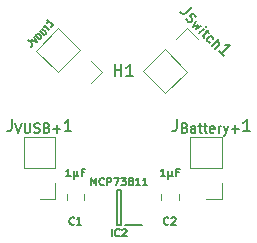
<source format=gto>
%TF.GenerationSoftware,KiCad,Pcbnew,7.0.5*%
%TF.CreationDate,2024-02-13T09:53:05+02:00*%
%TF.ProjectId,Battery Charger,42617474-6572-4792-9043-686172676572,V0*%
%TF.SameCoordinates,Original*%
%TF.FileFunction,Legend,Top*%
%TF.FilePolarity,Positive*%
%FSLAX46Y46*%
G04 Gerber Fmt 4.6, Leading zero omitted, Abs format (unit mm)*
G04 Created by KiCad (PCBNEW 7.0.5) date 2024-02-13 09:53:05*
%MOMM*%
%LPD*%
G01*
G04 APERTURE LIST*
%ADD10C,0.150000*%
%ADD11C,0.120000*%
%ADD12C,0.200000*%
G04 APERTURE END LIST*
D10*
%TO.C,J_{Battery+}1*%
X4499169Y82180D02*
X4499169Y-632104D01*
X4499169Y-632104D02*
X4451550Y-774961D01*
X4451550Y-774961D02*
X4356312Y-870200D01*
X4356312Y-870200D02*
X4213455Y-917819D01*
X4213455Y-917819D02*
X4118217Y-917819D01*
X5194407Y-609247D02*
X5308693Y-647342D01*
X5308693Y-647342D02*
X5346788Y-685438D01*
X5346788Y-685438D02*
X5384884Y-761628D01*
X5384884Y-761628D02*
X5384884Y-875914D01*
X5384884Y-875914D02*
X5346788Y-952104D01*
X5346788Y-952104D02*
X5308693Y-990200D01*
X5308693Y-990200D02*
X5232503Y-1028295D01*
X5232503Y-1028295D02*
X4927741Y-1028295D01*
X4927741Y-1028295D02*
X4927741Y-228295D01*
X4927741Y-228295D02*
X5194407Y-228295D01*
X5194407Y-228295D02*
X5270598Y-266390D01*
X5270598Y-266390D02*
X5308693Y-304485D01*
X5308693Y-304485D02*
X5346788Y-380676D01*
X5346788Y-380676D02*
X5346788Y-456866D01*
X5346788Y-456866D02*
X5308693Y-533057D01*
X5308693Y-533057D02*
X5270598Y-571152D01*
X5270598Y-571152D02*
X5194407Y-609247D01*
X5194407Y-609247D02*
X4927741Y-609247D01*
X6070598Y-1028295D02*
X6070598Y-609247D01*
X6070598Y-609247D02*
X6032503Y-533057D01*
X6032503Y-533057D02*
X5956312Y-494961D01*
X5956312Y-494961D02*
X5803931Y-494961D01*
X5803931Y-494961D02*
X5727741Y-533057D01*
X6070598Y-990200D02*
X5994407Y-1028295D01*
X5994407Y-1028295D02*
X5803931Y-1028295D01*
X5803931Y-1028295D02*
X5727741Y-990200D01*
X5727741Y-990200D02*
X5689645Y-914009D01*
X5689645Y-914009D02*
X5689645Y-837819D01*
X5689645Y-837819D02*
X5727741Y-761628D01*
X5727741Y-761628D02*
X5803931Y-723533D01*
X5803931Y-723533D02*
X5994407Y-723533D01*
X5994407Y-723533D02*
X6070598Y-685438D01*
X6337265Y-494961D02*
X6642027Y-494961D01*
X6451551Y-228295D02*
X6451551Y-914009D01*
X6451551Y-914009D02*
X6489646Y-990200D01*
X6489646Y-990200D02*
X6565836Y-1028295D01*
X6565836Y-1028295D02*
X6642027Y-1028295D01*
X6794408Y-494961D02*
X7099170Y-494961D01*
X6908694Y-228295D02*
X6908694Y-914009D01*
X6908694Y-914009D02*
X6946789Y-990200D01*
X6946789Y-990200D02*
X7022979Y-1028295D01*
X7022979Y-1028295D02*
X7099170Y-1028295D01*
X7670599Y-990200D02*
X7594408Y-1028295D01*
X7594408Y-1028295D02*
X7442027Y-1028295D01*
X7442027Y-1028295D02*
X7365837Y-990200D01*
X7365837Y-990200D02*
X7327741Y-914009D01*
X7327741Y-914009D02*
X7327741Y-609247D01*
X7327741Y-609247D02*
X7365837Y-533057D01*
X7365837Y-533057D02*
X7442027Y-494961D01*
X7442027Y-494961D02*
X7594408Y-494961D01*
X7594408Y-494961D02*
X7670599Y-533057D01*
X7670599Y-533057D02*
X7708694Y-609247D01*
X7708694Y-609247D02*
X7708694Y-685438D01*
X7708694Y-685438D02*
X7327741Y-761628D01*
X8051551Y-1028295D02*
X8051551Y-494961D01*
X8051551Y-647342D02*
X8089646Y-571152D01*
X8089646Y-571152D02*
X8127741Y-533057D01*
X8127741Y-533057D02*
X8203932Y-494961D01*
X8203932Y-494961D02*
X8280122Y-494961D01*
X8470598Y-494961D02*
X8661074Y-1028295D01*
X8851551Y-494961D02*
X8661074Y-1028295D01*
X8661074Y-1028295D02*
X8584884Y-1218771D01*
X8584884Y-1218771D02*
X8546789Y-1256866D01*
X8546789Y-1256866D02*
X8470598Y-1294961D01*
X9156313Y-723533D02*
X9765837Y-723533D01*
X9461075Y-1028295D02*
X9461075Y-418771D01*
X10718217Y-917819D02*
X10146789Y-917819D01*
X10432503Y-917819D02*
X10432503Y82180D01*
X10432503Y82180D02*
X10337265Y-60676D01*
X10337265Y-60676D02*
X10242027Y-155914D01*
X10242027Y-155914D02*
X10146789Y-203533D01*
%TO.C,J_{VUSB+}1*%
X-9481428Y82180D02*
X-9481428Y-632104D01*
X-9481428Y-632104D02*
X-9529047Y-774961D01*
X-9529047Y-774961D02*
X-9624285Y-870200D01*
X-9624285Y-870200D02*
X-9767142Y-917819D01*
X-9767142Y-917819D02*
X-9862380Y-917819D01*
X-9167142Y-228295D02*
X-8900475Y-1028295D01*
X-8900475Y-1028295D02*
X-8633809Y-228295D01*
X-8367142Y-228295D02*
X-8367142Y-875914D01*
X-8367142Y-875914D02*
X-8329047Y-952104D01*
X-8329047Y-952104D02*
X-8290952Y-990200D01*
X-8290952Y-990200D02*
X-8214761Y-1028295D01*
X-8214761Y-1028295D02*
X-8062380Y-1028295D01*
X-8062380Y-1028295D02*
X-7986190Y-990200D01*
X-7986190Y-990200D02*
X-7948095Y-952104D01*
X-7948095Y-952104D02*
X-7909999Y-875914D01*
X-7909999Y-875914D02*
X-7909999Y-228295D01*
X-7567143Y-990200D02*
X-7452857Y-1028295D01*
X-7452857Y-1028295D02*
X-7262381Y-1028295D01*
X-7262381Y-1028295D02*
X-7186190Y-990200D01*
X-7186190Y-990200D02*
X-7148095Y-952104D01*
X-7148095Y-952104D02*
X-7110000Y-875914D01*
X-7110000Y-875914D02*
X-7110000Y-799723D01*
X-7110000Y-799723D02*
X-7148095Y-723533D01*
X-7148095Y-723533D02*
X-7186190Y-685438D01*
X-7186190Y-685438D02*
X-7262381Y-647342D01*
X-7262381Y-647342D02*
X-7414762Y-609247D01*
X-7414762Y-609247D02*
X-7490952Y-571152D01*
X-7490952Y-571152D02*
X-7529047Y-533057D01*
X-7529047Y-533057D02*
X-7567143Y-456866D01*
X-7567143Y-456866D02*
X-7567143Y-380676D01*
X-7567143Y-380676D02*
X-7529047Y-304485D01*
X-7529047Y-304485D02*
X-7490952Y-266390D01*
X-7490952Y-266390D02*
X-7414762Y-228295D01*
X-7414762Y-228295D02*
X-7224285Y-228295D01*
X-7224285Y-228295D02*
X-7110000Y-266390D01*
X-6500476Y-609247D02*
X-6386190Y-647342D01*
X-6386190Y-647342D02*
X-6348095Y-685438D01*
X-6348095Y-685438D02*
X-6309999Y-761628D01*
X-6309999Y-761628D02*
X-6309999Y-875914D01*
X-6309999Y-875914D02*
X-6348095Y-952104D01*
X-6348095Y-952104D02*
X-6386190Y-990200D01*
X-6386190Y-990200D02*
X-6462380Y-1028295D01*
X-6462380Y-1028295D02*
X-6767142Y-1028295D01*
X-6767142Y-1028295D02*
X-6767142Y-228295D01*
X-6767142Y-228295D02*
X-6500476Y-228295D01*
X-6500476Y-228295D02*
X-6424285Y-266390D01*
X-6424285Y-266390D02*
X-6386190Y-304485D01*
X-6386190Y-304485D02*
X-6348095Y-380676D01*
X-6348095Y-380676D02*
X-6348095Y-456866D01*
X-6348095Y-456866D02*
X-6386190Y-533057D01*
X-6386190Y-533057D02*
X-6424285Y-571152D01*
X-6424285Y-571152D02*
X-6500476Y-609247D01*
X-6500476Y-609247D02*
X-6767142Y-609247D01*
X-5967142Y-723533D02*
X-5357619Y-723533D01*
X-5662380Y-1028295D02*
X-5662380Y-418771D01*
X-4405238Y-917819D02*
X-4976666Y-917819D01*
X-4690952Y-917819D02*
X-4690952Y82180D01*
X-4690952Y82180D02*
X-4786190Y-60676D01*
X-4786190Y-60676D02*
X-4881428Y-155914D01*
X-4881428Y-155914D02*
X-4976666Y-203533D01*
%TO.C,C1*%
X-4194833Y-8777485D02*
X-4225071Y-8807724D01*
X-4225071Y-8807724D02*
X-4315785Y-8837962D01*
X-4315785Y-8837962D02*
X-4376261Y-8837962D01*
X-4376261Y-8837962D02*
X-4466976Y-8807724D01*
X-4466976Y-8807724D02*
X-4527452Y-8747247D01*
X-4527452Y-8747247D02*
X-4557690Y-8686771D01*
X-4557690Y-8686771D02*
X-4587928Y-8565819D01*
X-4587928Y-8565819D02*
X-4587928Y-8475104D01*
X-4587928Y-8475104D02*
X-4557690Y-8354152D01*
X-4557690Y-8354152D02*
X-4527452Y-8293676D01*
X-4527452Y-8293676D02*
X-4466976Y-8233200D01*
X-4466976Y-8233200D02*
X-4376261Y-8202962D01*
X-4376261Y-8202962D02*
X-4315785Y-8202962D01*
X-4315785Y-8202962D02*
X-4225071Y-8233200D01*
X-4225071Y-8233200D02*
X-4194833Y-8263438D01*
X-3590071Y-8837962D02*
X-3952928Y-8837962D01*
X-3771500Y-8837962D02*
X-3771500Y-8202962D01*
X-3771500Y-8202962D02*
X-3831976Y-8293676D01*
X-3831976Y-8293676D02*
X-3892452Y-8354152D01*
X-3892452Y-8354152D02*
X-3952928Y-8384390D01*
X-4485333Y-4730962D02*
X-4848190Y-4730962D01*
X-4666762Y-4730962D02*
X-4666762Y-4095962D01*
X-4666762Y-4095962D02*
X-4727238Y-4186676D01*
X-4727238Y-4186676D02*
X-4787714Y-4247152D01*
X-4787714Y-4247152D02*
X-4848190Y-4277390D01*
X-4213190Y-4307628D02*
X-4213190Y-4942628D01*
X-3910809Y-4640247D02*
X-3880571Y-4700724D01*
X-3880571Y-4700724D02*
X-3820095Y-4730962D01*
X-4213190Y-4640247D02*
X-4182952Y-4700724D01*
X-4182952Y-4700724D02*
X-4122476Y-4730962D01*
X-4122476Y-4730962D02*
X-4001523Y-4730962D01*
X-4001523Y-4730962D02*
X-3941047Y-4700724D01*
X-3941047Y-4700724D02*
X-3910809Y-4640247D01*
X-3910809Y-4640247D02*
X-3910809Y-4307628D01*
X-3336285Y-4398343D02*
X-3547952Y-4398343D01*
X-3547952Y-4730962D02*
X-3547952Y-4095962D01*
X-3547952Y-4095962D02*
X-3245571Y-4095962D01*
%TO.C,J_{VOUT}1*%
X-8099554Y6841030D02*
X-7778831Y6520307D01*
X-7778831Y6520307D02*
X-7736068Y6434781D01*
X-7736068Y6434781D02*
X-7736068Y6349254D01*
X-7736068Y6349254D02*
X-7778831Y6263728D01*
X-7778831Y6263728D02*
X-7821594Y6220965D01*
X-7819028Y6842741D02*
X-7340081Y6603268D01*
X-7340081Y6603268D02*
X-7579554Y7082215D01*
X-7391396Y7270373D02*
X-7322975Y7338794D01*
X-7322975Y7338794D02*
X-7271660Y7355899D01*
X-7271660Y7355899D02*
X-7203239Y7355899D01*
X-7203239Y7355899D02*
X-7117712Y7304583D01*
X-7117712Y7304583D02*
X-6997976Y7184847D01*
X-6997976Y7184847D02*
X-6946660Y7099320D01*
X-6946660Y7099320D02*
X-6946660Y7030899D01*
X-6946660Y7030899D02*
X-6963765Y6979584D01*
X-6963765Y6979584D02*
X-7032186Y6911163D01*
X-7032186Y6911163D02*
X-7083502Y6894057D01*
X-7083502Y6894057D02*
X-7151923Y6894057D01*
X-7151923Y6894057D02*
X-7237449Y6945373D01*
X-7237449Y6945373D02*
X-7357186Y7065110D01*
X-7357186Y7065110D02*
X-7408502Y7150636D01*
X-7408502Y7150636D02*
X-7408502Y7219057D01*
X-7408502Y7219057D02*
X-7391396Y7270373D01*
X-7083502Y7578267D02*
X-6792713Y7287478D01*
X-6792713Y7287478D02*
X-6741397Y7270372D01*
X-6741397Y7270372D02*
X-6707187Y7270372D01*
X-6707187Y7270372D02*
X-6655871Y7287478D01*
X-6655871Y7287478D02*
X-6587450Y7355899D01*
X-6587450Y7355899D02*
X-6570345Y7407214D01*
X-6570345Y7407214D02*
X-6570345Y7441425D01*
X-6570345Y7441425D02*
X-6587450Y7492741D01*
X-6587450Y7492741D02*
X-6878239Y7783530D01*
X-6758503Y7903266D02*
X-6553240Y8108529D01*
X-6296661Y7646688D02*
X-6655871Y8005898D01*
X-5867319Y8175240D02*
X-6123898Y7918661D01*
X-5995608Y8046951D02*
X-6444621Y8495964D01*
X-6444621Y8495964D02*
X-6423240Y8389056D01*
X-6423240Y8389056D02*
X-6423240Y8303529D01*
X-6423240Y8303529D02*
X-6444621Y8239385D01*
%TO.C,J_{Switch}1*%
X5783581Y9610661D02*
X5278505Y9105585D01*
X5278505Y9105585D02*
X5143818Y9038242D01*
X5143818Y9038242D02*
X5009131Y9038242D01*
X5009131Y9038242D02*
X4874444Y9105585D01*
X4874444Y9105585D02*
X4807100Y9172929D01*
X5301402Y8576265D02*
X5355276Y8468515D01*
X5355276Y8468515D02*
X5489963Y8333828D01*
X5489963Y8333828D02*
X5570776Y8306891D01*
X5570776Y8306891D02*
X5624650Y8306891D01*
X5624650Y8306891D02*
X5705463Y8333828D01*
X5705463Y8333828D02*
X5759337Y8387703D01*
X5759337Y8387703D02*
X5786275Y8468515D01*
X5786275Y8468515D02*
X5786275Y8522390D01*
X5786275Y8522390D02*
X5759337Y8603202D01*
X5759337Y8603202D02*
X5678525Y8737889D01*
X5678525Y8737889D02*
X5651588Y8818702D01*
X5651588Y8818702D02*
X5651588Y8872576D01*
X5651588Y8872576D02*
X5678525Y8953389D01*
X5678525Y8953389D02*
X5732400Y9007263D01*
X5732400Y9007263D02*
X5813212Y9034201D01*
X5813212Y9034201D02*
X5867087Y9034201D01*
X5867087Y9034201D02*
X5947899Y9007263D01*
X5947899Y9007263D02*
X6082586Y8872576D01*
X6082586Y8872576D02*
X6136461Y8764827D01*
X6163399Y8414640D02*
X5894025Y7929767D01*
X5894025Y7929767D02*
X6271148Y8091392D01*
X6271148Y8091392D02*
X6109524Y7714268D01*
X6109524Y7714268D02*
X6594397Y7983642D01*
X6432772Y7391019D02*
X6809896Y7768143D01*
X6998458Y7956705D02*
X6944583Y7956705D01*
X6944583Y7956705D02*
X6944583Y7902830D01*
X6944583Y7902830D02*
X6998458Y7902830D01*
X6998458Y7902830D02*
X6998458Y7956705D01*
X6998458Y7956705D02*
X6944583Y7902830D01*
X6998458Y7579581D02*
X7213957Y7364082D01*
X7267832Y7687331D02*
X6782958Y7202458D01*
X6782958Y7202458D02*
X6756021Y7121646D01*
X6756021Y7121646D02*
X6782958Y7040833D01*
X6782958Y7040833D02*
X6836833Y6986959D01*
X7294769Y6582898D02*
X7213957Y6609835D01*
X7213957Y6609835D02*
X7106207Y6717585D01*
X7106207Y6717585D02*
X7079270Y6798397D01*
X7079270Y6798397D02*
X7079270Y6852272D01*
X7079270Y6852272D02*
X7106207Y6933084D01*
X7106207Y6933084D02*
X7267832Y7094708D01*
X7267832Y7094708D02*
X7348644Y7121646D01*
X7348644Y7121646D02*
X7402519Y7121646D01*
X7402519Y7121646D02*
X7483331Y7094708D01*
X7483331Y7094708D02*
X7591081Y6986959D01*
X7591081Y6986959D02*
X7618018Y6906146D01*
X7510268Y6313524D02*
X8075954Y6879209D01*
X7752705Y6071087D02*
X8049016Y6367398D01*
X8049016Y6367398D02*
X8075954Y6448211D01*
X8075954Y6448211D02*
X8049016Y6529023D01*
X8049016Y6529023D02*
X7968204Y6609835D01*
X7968204Y6609835D02*
X7887392Y6636773D01*
X7887392Y6636773D02*
X7833517Y6636773D01*
X8504259Y5475770D02*
X8100198Y5879831D01*
X8302228Y5677801D02*
X9009335Y6384907D01*
X9009335Y6384907D02*
X8840976Y6351236D01*
X8840976Y6351236D02*
X8706289Y6351236D01*
X8706289Y6351236D02*
X8605274Y6384907D01*
%TO.C,H1*%
X-761904Y3745180D02*
X-761904Y4745180D01*
X-761904Y4268990D02*
X-190476Y4268990D01*
X-190476Y3745180D02*
X-190476Y4745180D01*
X809523Y3745180D02*
X238095Y3745180D01*
X523809Y3745180D02*
X523809Y4745180D01*
X523809Y4745180D02*
X428571Y4602323D01*
X428571Y4602323D02*
X333333Y4507085D01*
X333333Y4507085D02*
X238095Y4459466D01*
%TO.C,IC2*%
X-1000880Y-9810963D02*
X-1000880Y-9175963D01*
X-335642Y-9750486D02*
X-365880Y-9780725D01*
X-365880Y-9780725D02*
X-456594Y-9810963D01*
X-456594Y-9810963D02*
X-517070Y-9810963D01*
X-517070Y-9810963D02*
X-607785Y-9780725D01*
X-607785Y-9780725D02*
X-668261Y-9720248D01*
X-668261Y-9720248D02*
X-698499Y-9659772D01*
X-698499Y-9659772D02*
X-728737Y-9538820D01*
X-728737Y-9538820D02*
X-728737Y-9448105D01*
X-728737Y-9448105D02*
X-698499Y-9327153D01*
X-698499Y-9327153D02*
X-668261Y-9266677D01*
X-668261Y-9266677D02*
X-607785Y-9206201D01*
X-607785Y-9206201D02*
X-517070Y-9175963D01*
X-517070Y-9175963D02*
X-456594Y-9175963D01*
X-456594Y-9175963D02*
X-365880Y-9206201D01*
X-365880Y-9206201D02*
X-335642Y-9236439D01*
X-93737Y-9236439D02*
X-63499Y-9206201D01*
X-63499Y-9206201D02*
X-3023Y-9175963D01*
X-3023Y-9175963D02*
X148167Y-9175963D01*
X148167Y-9175963D02*
X208643Y-9206201D01*
X208643Y-9206201D02*
X238881Y-9236439D01*
X238881Y-9236439D02*
X269119Y-9296915D01*
X269119Y-9296915D02*
X269119Y-9357391D01*
X269119Y-9357391D02*
X238881Y-9448105D01*
X238881Y-9448105D02*
X-123975Y-9810963D01*
X-123975Y-9810963D02*
X269119Y-9810963D01*
X-2739571Y-5492963D02*
X-2739571Y-4857963D01*
X-2739571Y-4857963D02*
X-2527904Y-5311534D01*
X-2527904Y-5311534D02*
X-2316238Y-4857963D01*
X-2316238Y-4857963D02*
X-2316238Y-5492963D01*
X-1651000Y-5432486D02*
X-1681238Y-5462725D01*
X-1681238Y-5462725D02*
X-1771952Y-5492963D01*
X-1771952Y-5492963D02*
X-1832428Y-5492963D01*
X-1832428Y-5492963D02*
X-1923143Y-5462725D01*
X-1923143Y-5462725D02*
X-1983619Y-5402248D01*
X-1983619Y-5402248D02*
X-2013857Y-5341772D01*
X-2013857Y-5341772D02*
X-2044095Y-5220820D01*
X-2044095Y-5220820D02*
X-2044095Y-5130105D01*
X-2044095Y-5130105D02*
X-2013857Y-5009153D01*
X-2013857Y-5009153D02*
X-1983619Y-4948677D01*
X-1983619Y-4948677D02*
X-1923143Y-4888201D01*
X-1923143Y-4888201D02*
X-1832428Y-4857963D01*
X-1832428Y-4857963D02*
X-1771952Y-4857963D01*
X-1771952Y-4857963D02*
X-1681238Y-4888201D01*
X-1681238Y-4888201D02*
X-1651000Y-4918439D01*
X-1378857Y-5492963D02*
X-1378857Y-4857963D01*
X-1378857Y-4857963D02*
X-1136952Y-4857963D01*
X-1136952Y-4857963D02*
X-1076476Y-4888201D01*
X-1076476Y-4888201D02*
X-1046238Y-4918439D01*
X-1046238Y-4918439D02*
X-1016000Y-4978915D01*
X-1016000Y-4978915D02*
X-1016000Y-5069629D01*
X-1016000Y-5069629D02*
X-1046238Y-5130105D01*
X-1046238Y-5130105D02*
X-1076476Y-5160344D01*
X-1076476Y-5160344D02*
X-1136952Y-5190582D01*
X-1136952Y-5190582D02*
X-1378857Y-5190582D01*
X-804333Y-4857963D02*
X-381000Y-4857963D01*
X-381000Y-4857963D02*
X-653143Y-5492963D01*
X-199571Y-4857963D02*
X193523Y-4857963D01*
X193523Y-4857963D02*
X-18143Y-5099867D01*
X-18143Y-5099867D02*
X72571Y-5099867D01*
X72571Y-5099867D02*
X133047Y-5130105D01*
X133047Y-5130105D02*
X163285Y-5160344D01*
X163285Y-5160344D02*
X193523Y-5220820D01*
X193523Y-5220820D02*
X193523Y-5372010D01*
X193523Y-5372010D02*
X163285Y-5432486D01*
X163285Y-5432486D02*
X133047Y-5462725D01*
X133047Y-5462725D02*
X72571Y-5492963D01*
X72571Y-5492963D02*
X-108857Y-5492963D01*
X-108857Y-5492963D02*
X-169333Y-5462725D01*
X-169333Y-5462725D02*
X-199571Y-5432486D01*
X556380Y-5130105D02*
X495904Y-5099867D01*
X495904Y-5099867D02*
X465666Y-5069629D01*
X465666Y-5069629D02*
X435428Y-5009153D01*
X435428Y-5009153D02*
X435428Y-4978915D01*
X435428Y-4978915D02*
X465666Y-4918439D01*
X465666Y-4918439D02*
X495904Y-4888201D01*
X495904Y-4888201D02*
X556380Y-4857963D01*
X556380Y-4857963D02*
X677333Y-4857963D01*
X677333Y-4857963D02*
X737809Y-4888201D01*
X737809Y-4888201D02*
X768047Y-4918439D01*
X768047Y-4918439D02*
X798285Y-4978915D01*
X798285Y-4978915D02*
X798285Y-5009153D01*
X798285Y-5009153D02*
X768047Y-5069629D01*
X768047Y-5069629D02*
X737809Y-5099867D01*
X737809Y-5099867D02*
X677333Y-5130105D01*
X677333Y-5130105D02*
X556380Y-5130105D01*
X556380Y-5130105D02*
X495904Y-5160344D01*
X495904Y-5160344D02*
X465666Y-5190582D01*
X465666Y-5190582D02*
X435428Y-5251058D01*
X435428Y-5251058D02*
X435428Y-5372010D01*
X435428Y-5372010D02*
X465666Y-5432486D01*
X465666Y-5432486D02*
X495904Y-5462725D01*
X495904Y-5462725D02*
X556380Y-5492963D01*
X556380Y-5492963D02*
X677333Y-5492963D01*
X677333Y-5492963D02*
X737809Y-5462725D01*
X737809Y-5462725D02*
X768047Y-5432486D01*
X768047Y-5432486D02*
X798285Y-5372010D01*
X798285Y-5372010D02*
X798285Y-5251058D01*
X798285Y-5251058D02*
X768047Y-5190582D01*
X768047Y-5190582D02*
X737809Y-5160344D01*
X737809Y-5160344D02*
X677333Y-5130105D01*
X1403047Y-5492963D02*
X1040190Y-5492963D01*
X1221618Y-5492963D02*
X1221618Y-4857963D01*
X1221618Y-4857963D02*
X1161142Y-4948677D01*
X1161142Y-4948677D02*
X1100666Y-5009153D01*
X1100666Y-5009153D02*
X1040190Y-5039391D01*
X2007809Y-5492963D02*
X1644952Y-5492963D01*
X1826380Y-5492963D02*
X1826380Y-4857963D01*
X1826380Y-4857963D02*
X1765904Y-4948677D01*
X1765904Y-4948677D02*
X1705428Y-5009153D01*
X1705428Y-5009153D02*
X1644952Y-5039391D01*
%TO.C,C2*%
X3806166Y-8777486D02*
X3775928Y-8807725D01*
X3775928Y-8807725D02*
X3685214Y-8837963D01*
X3685214Y-8837963D02*
X3624738Y-8837963D01*
X3624738Y-8837963D02*
X3534023Y-8807725D01*
X3534023Y-8807725D02*
X3473547Y-8747248D01*
X3473547Y-8747248D02*
X3443309Y-8686772D01*
X3443309Y-8686772D02*
X3413071Y-8565820D01*
X3413071Y-8565820D02*
X3413071Y-8475105D01*
X3413071Y-8475105D02*
X3443309Y-8354153D01*
X3443309Y-8354153D02*
X3473547Y-8293677D01*
X3473547Y-8293677D02*
X3534023Y-8233201D01*
X3534023Y-8233201D02*
X3624738Y-8202963D01*
X3624738Y-8202963D02*
X3685214Y-8202963D01*
X3685214Y-8202963D02*
X3775928Y-8233201D01*
X3775928Y-8233201D02*
X3806166Y-8263439D01*
X4048071Y-8263439D02*
X4078309Y-8233201D01*
X4078309Y-8233201D02*
X4138785Y-8202963D01*
X4138785Y-8202963D02*
X4289976Y-8202963D01*
X4289976Y-8202963D02*
X4350452Y-8233201D01*
X4350452Y-8233201D02*
X4380690Y-8263439D01*
X4380690Y-8263439D02*
X4410928Y-8323915D01*
X4410928Y-8323915D02*
X4410928Y-8384391D01*
X4410928Y-8384391D02*
X4380690Y-8475105D01*
X4380690Y-8475105D02*
X4017833Y-8837963D01*
X4017833Y-8837963D02*
X4410928Y-8837963D01*
X3515666Y-4730963D02*
X3152809Y-4730963D01*
X3334237Y-4730963D02*
X3334237Y-4095963D01*
X3334237Y-4095963D02*
X3273761Y-4186677D01*
X3273761Y-4186677D02*
X3213285Y-4247153D01*
X3213285Y-4247153D02*
X3152809Y-4277391D01*
X3787809Y-4307629D02*
X3787809Y-4942629D01*
X4090190Y-4640248D02*
X4120428Y-4700725D01*
X4120428Y-4700725D02*
X4180904Y-4730963D01*
X3787809Y-4640248D02*
X3818047Y-4700725D01*
X3818047Y-4700725D02*
X3878523Y-4730963D01*
X3878523Y-4730963D02*
X3999476Y-4730963D01*
X3999476Y-4730963D02*
X4059952Y-4700725D01*
X4059952Y-4700725D02*
X4090190Y-4640248D01*
X4090190Y-4640248D02*
X4090190Y-4307629D01*
X4664714Y-4398344D02*
X4453047Y-4398344D01*
X4453047Y-4730963D02*
X4453047Y-4095963D01*
X4453047Y-4095963D02*
X4755428Y-4095963D01*
D11*
%TO.C,J_{Battery+}1*%
X8315000Y-6619000D02*
X6985000Y-6619000D01*
X8315000Y-5289000D02*
X8315000Y-6619000D01*
X8315000Y-4019000D02*
X8315000Y-1419000D01*
X8315000Y-4019000D02*
X5655000Y-4019000D01*
X8315000Y-1419000D02*
X5655000Y-1419000D01*
X5655000Y-4019000D02*
X5655000Y-1419000D01*
%TO.C,J_{VUSB+}1*%
X-5780000Y-6619000D02*
X-7110000Y-6619000D01*
X-5780000Y-5289000D02*
X-5780000Y-6619000D01*
X-5780000Y-4019000D02*
X-5780000Y-1419000D01*
X-5780000Y-4019000D02*
X-8440000Y-4019000D01*
X-5780000Y-1419000D02*
X-8440000Y-1419000D01*
X-8440000Y-4019000D02*
X-8440000Y-1419000D01*
%TO.C,C1*%
X-3327000Y-6231747D02*
X-3327000Y-6754251D01*
X-4797000Y-6231747D02*
X-4797000Y-6754251D01*
%TO.C,J_{VOUT}1*%
X-1853069Y4109000D02*
X-2793521Y3168548D01*
X-2793521Y5049452D02*
X-1853069Y4109000D01*
X-3691547Y5947478D02*
X-5530024Y7785955D01*
X-3691547Y5947478D02*
X-5572451Y4066574D01*
X-5530024Y7785955D02*
X-7410928Y5905051D01*
X-5572451Y4066574D02*
X-7410928Y5905051D01*
%TO.C,J_{Switch}1*%
X5346562Y7862465D02*
X6287014Y6922013D01*
X4406110Y6922013D02*
X5346562Y7862465D01*
X3508084Y6023987D02*
X1669607Y4185510D01*
X3508084Y6023987D02*
X5388988Y4143083D01*
X1669607Y4185510D02*
X3550511Y2304606D01*
X5388988Y4143083D02*
X3550511Y2304606D01*
D12*
%TO.C,IC2*%
X1569000Y-8866000D02*
X169000Y-8866000D01*
X-181000Y-8816000D02*
X-581000Y-8816000D01*
X-181000Y-5916000D02*
X-181000Y-8816000D01*
X-581000Y-8816000D02*
X-581000Y-5916000D01*
X-581000Y-5916000D02*
X-181000Y-5916000D01*
D11*
%TO.C,C2*%
X4674000Y-6231748D02*
X4674000Y-6754252D01*
X3204000Y-6231748D02*
X3204000Y-6754252D01*
%TD*%
M02*

</source>
